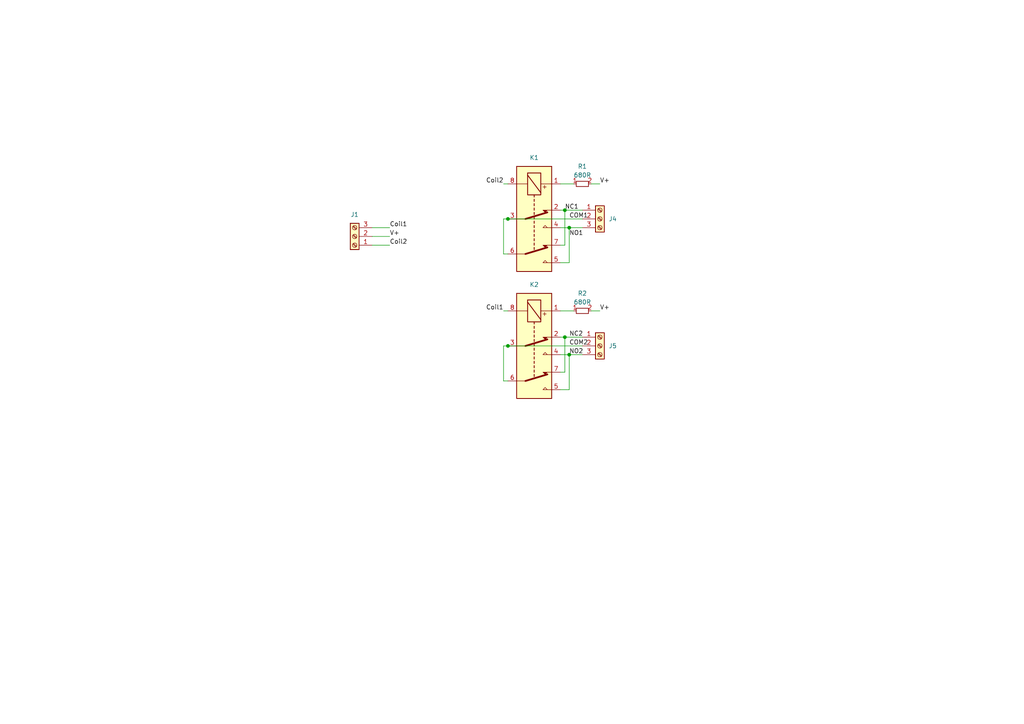
<source format=kicad_sch>
(kicad_sch (version 20231120) (generator "eeschema") (generator_version "8.0")
  (paper "A4")
  (lib_symbols
    (symbol "Connector:Screw_Terminal_01x03" (pin_names (offset 1.016) hide)
      (property "Reference" "J" (at 0 5.08 0))
      (property "Value" "Screw_Terminal_01x03" (at 0 -5.08 0))
      (symbol "Screw_Terminal_01x03_1_1"
        (rectangle (start -1.27 3.81) (end 1.27 -3.81) (stroke (width 0.254)) (fill (type background)))
        (circle (center 0 -2.54) (radius 0.635) (stroke (width 0.1524)))
        (polyline (pts (xy -0.5334 -2.2098) (xy 0.3302 -3.048)) (stroke (width 0.1524)))
        (polyline (pts (xy -0.5334 0.3302) (xy 0.3302 -0.508)) (stroke (width 0.1524)))
        (polyline (pts (xy -0.5334 2.8702) (xy 0.3302 2.032)) (stroke (width 0.1524)))
        (polyline (pts (xy -0.3556 -2.032) (xy 0.508 -2.8702)) (stroke (width 0.1524)))
        (polyline (pts (xy -0.3556 0.508) (xy 0.508 -0.3302)) (stroke (width 0.1524)))
        (polyline (pts (xy -0.3556 3.048) (xy 0.508 2.2098)) (stroke (width 0.1524)))
        (circle (center 0 0) (radius 0.635) (stroke (width 0.1524)))
        (circle (center 0 2.54) (radius 0.635) (stroke (width 0.1524)))
        (pin passive line (at -5.08 2.54 0) (length 3.81) (name "Pin_1") (number "1"))
        (pin passive line (at -5.08 0 0) (length 3.81) (name "Pin_2") (number "2"))
        (pin passive line (at -5.08 -2.54 0) (length 3.81) (name "Pin_3") (number "3"))
      )
    )
    (symbol "custom_kicad_lib_sk:G6K-2F-Y-TR DC12"
      (property "Reference" "K" (at 16.51 3.81 0))
      (property "JLCPCB Part#" "C397192" (at 0 0 0))
      (symbol "G6K-2F-Y-TR DC12_0_0"
        (text "+" (at -9.271 2.921 0) (effects (font (size 1.27 1.27))))
      )
      (symbol "G6K-2F-Y-TR DC12_0_1"
        (rectangle (start -15.24 5.08) (end 15.24 -5.08) (stroke (width 0.254)) (fill (type background)))
        (rectangle (start -13.335 1.905) (end -6.985 -1.905) (stroke (width 0.254)))
        (polyline (pts (xy -12.7 -1.905) (xy -7.62 1.905)) (stroke (width 0.254)))
        (polyline (pts (xy -10.16 -5.08) (xy -10.16 -1.905)))
        (polyline (pts (xy -10.16 5.08) (xy -10.16 1.905)))
        (polyline (pts (xy -6.985 0) (xy -6.35 0)) (stroke (width 0.254)))
        (polyline (pts (xy -5.715 0) (xy -5.08 0)) (stroke (width 0.254)))
        (polyline (pts (xy -4.445 0) (xy -3.81 0)) (stroke (width 0.254)))
        (polyline (pts (xy -3.175 0) (xy -2.54 0)) (stroke (width 0.254)))
        (polyline (pts (xy -1.905 0) (xy -1.27 0)) (stroke (width 0.254)))
        (polyline (pts (xy -0.635 0) (xy 0 0)) (stroke (width 0.254)))
        (polyline (pts (xy 0 -2.54) (xy -1.905 3.81)) (stroke (width 0.508)))
        (polyline (pts (xy 0 -2.54) (xy 0 -5.08)))
        (polyline (pts (xy 0.635 0) (xy 1.27 0)) (stroke (width 0.254)))
        (polyline (pts (xy 1.905 0) (xy 2.54 0)) (stroke (width 0.254)))
        (polyline (pts (xy 3.175 0) (xy 3.81 0)) (stroke (width 0.254)))
        (polyline (pts (xy 4.445 0) (xy 5.08 0)) (stroke (width 0.254)))
        (polyline (pts (xy 5.715 0) (xy 6.35 0)) (stroke (width 0.254)))
        (polyline (pts (xy 6.985 0) (xy 7.62 0)) (stroke (width 0.254)))
        (polyline (pts (xy 8.255 0) (xy 8.89 0)) (stroke (width 0.254)))
        (polyline (pts (xy 10.16 -2.54) (xy 8.255 3.81)) (stroke (width 0.508)))
        (polyline (pts (xy 10.16 -2.54) (xy 10.16 -5.08)))
        (polyline (pts (xy -2.54 5.08) (xy -2.54 2.54) (xy -1.905 3.175) (xy -2.54 3.81)) (fill (type outline)))
        (polyline (pts (xy 2.54 5.08) (xy 2.54 2.54) (xy 1.905 3.175) (xy 2.54 3.81)))
        (polyline (pts (xy 7.62 5.08) (xy 7.62 2.54) (xy 8.255 3.175) (xy 7.62 3.81)) (fill (type outline)))
        (polyline (pts (xy 12.7 5.08) (xy 12.7 2.54) (xy 12.065 3.175) (xy 12.7 3.81)))
      )
      (symbol "G6K-2F-Y-TR DC12_1_1"
        (pin passive line (at -10.16 7.62 270) (length 2.54) (name "~") (number "1"))
        (pin passive line (at -2.54 7.62 270) (length 2.54) (name "~") (number "2"))
        (pin passive line (at 0 -7.62 90) (length 2.54) (name "~") (number "3"))
        (pin passive line (at 2.54 7.62 270) (length 2.54) (name "~") (number "4"))
        (pin passive line (at 12.7 7.62 270) (length 2.54) (name "~") (number "5"))
        (pin passive line (at 10.16 -7.62 90) (length 2.54) (name "~") (number "6"))
        (pin passive line (at 7.62 7.62 270) (length 2.54) (name "~") (number "7"))
        (pin passive line (at -10.16 -7.62 90) (length 2.54) (name "~") (number "8"))
      )
    )
    (symbol "resistors_0603:R_680R_0603"
      (property "Reference" "R" (at 1.27 2.54 0))
      (property "Value" "680R" (at 2.54 -2.54 0))
      (symbol "R_680R_0603_0_1"
        (rectangle (start -0.762 1.778) (end 0.762 -1.778) (stroke (width 0.2032)))
      )
      (symbol "R_680R_0603_1_1"
        (pin passive line (at 0 2.54 270) (length 0.762) (name "~") (number "1"))
        (pin passive line (at 0 -2.54 90) (length 0.762) (name "~") (number "2"))
      )
    )
  )
  (junction (at 147.32 63.5))
  (junction (at 163.83 60.96))
  (junction (at 147.32 100.33))
  (junction (at 165.1 102.87))
  (junction (at 163.83 97.79))
  (junction (at 165.1 66.04))
  (wire (pts (xy 165.1 102.87) (xy 168.91 102.87)))
  (wire (pts (xy 162.56 76.2) (xy 165.1 76.2)))
  (wire (pts (xy 162.56 107.95) (xy 163.83 107.95)))
  (wire (pts (xy 173.99 90.17) (xy 171.45 90.17)))
  (wire (pts (xy 107.95 68.58) (xy 113.03 68.58)))
  (wire (pts (xy 162.56 97.79) (xy 163.83 97.79)))
  (wire (pts (xy 162.56 53.34) (xy 166.37 53.34)))
  (wire (pts (xy 107.95 66.04) (xy 113.03 66.04)))
  (wire (pts (xy 146.05 110.49) (xy 146.05 100.33)))
  (wire (pts (xy 162.56 102.87) (xy 165.1 102.87)))
  (wire (pts (xy 165.1 102.87) (xy 165.1 113.03)))
  (wire (pts (xy 162.56 113.03) (xy 165.1 113.03)))
  (wire (pts (xy 107.95 71.12) (xy 113.03 71.12)))
  (wire (pts (xy 147.32 73.66) (xy 146.05 73.66)))
  (wire (pts (xy 165.1 66.04) (xy 165.1 76.2)))
  (wire (pts (xy 146.05 63.5) (xy 147.32 63.5)))
  (wire (pts (xy 163.83 97.79) (xy 163.83 107.95)))
  (wire (pts (xy 163.83 60.96) (xy 163.83 71.12)))
  (wire (pts (xy 173.99 53.34) (xy 171.45 53.34)))
  (wire (pts (xy 146.05 73.66) (xy 146.05 63.5)))
  (wire (pts (xy 146.05 100.33) (xy 147.32 100.33)))
  (wire (pts (xy 163.83 97.79) (xy 168.91 97.79)))
  (wire (pts (xy 163.83 60.96) (xy 168.91 60.96)))
  (wire (pts (xy 165.1 66.04) (xy 168.91 66.04)))
  (wire (pts (xy 162.56 60.96) (xy 163.83 60.96)))
  (wire (pts (xy 147.32 110.49) (xy 146.05 110.49)))
  (wire (pts (xy 162.56 66.04) (xy 165.1 66.04)))
  (wire (pts (xy 146.05 53.34) (xy 147.32 53.34)))
  (wire (pts (xy 147.32 100.33) (xy 168.91 100.33)))
  (wire (pts (xy 146.05 90.17) (xy 147.32 90.17)))
  (wire (pts (xy 162.56 90.17) (xy 166.37 90.17)))
  (wire (pts (xy 162.56 71.12) (xy 163.83 71.12)))
  (wire (pts (xy 147.32 63.5) (xy 168.91 63.5)))
  (label "NO1" (at 165.1 68.58 0))
  (label "NC2" (at 165.1 97.79 0))
  (label "V+" (at 173.99 53.34 0))
  (label "Coil2" (at 113.03 71.12 0))
  (label "Coil2" (at 146.05 53.34 180))
  (label "Coil1" (at 113.03 66.04 0))
  (label "V+" (at 113.03 68.58 0))
  (label "COM1" (at 165.1 63.5 0))
  (label "V+" (at 173.99 90.17 0))
  (label "NO2" (at 165.1 102.87 0))
  (label "NC1" (at 163.83 60.96 0))
  (label "Coil1" (at 146.05 90.17 180))
  (label "COM2" (at 165.1 100.33 0))
  (symbol (lib_id "custom_kicad_lib_sk:G6K-2F-Y-TR DC12") (at 154.94 63.5 270) (unit 1)
    (property "Reference" "K1" (at 154.94 45.72 90))
    (property "Value" "G6K-2F-Y-TR DC12" (effects (hide yes)))
    (property "Footprint" "Relay_SMD:Relay_DPDT_Omron_G6K-2F-Y" (effects (hide yes)))
    (property "Datasheet" "http://omronfs.omron.com/en_US/ecb/products/pdf/en-g6k.pdf" (effects (hide yes)))
    (property "Description" "Miniature 2-pole relay, Single-side Stable" (effects (hide yes)))
    (property "JLCPCB Part#" "C397192" (effects (hide yes)))
    (instances (project "Mk2-relayExtension" (path "" (reference "K1") (unit 1)) (path "" (reference "K5") (unit 1)) (path "" (reference "K7") (unit 1)) (path "" (reference "K3") (unit 1))))
  )
  (symbol (lib_id "resistors_0603:R_680R_0603") (at 168.91 90.17 90) (unit 1)
    (property "Reference" "R2" (at 168.91 85.09 90))
    (property "Value" "680R" (at 168.91 87.63 90))
    (property "Footprint" "custom_kicad_lib_sk:R_0603_smalltext" (effects (hide yes)))
    (property "JLCPCB Part#" "C17798" (effects (hide yes)))
    (instances (project "Mk2-relayExtension" (path "" (reference "R2") (unit 1)) (path "" (reference "R6") (unit 1)) (path "" (reference "R8") (unit 1)) (path "" (reference "R4") (unit 1))))
  )
  (symbol (lib_id "Connector:Screw_Terminal_01x03") (at 102.87 68.58 180) (unit 1)
    (property "Reference" "J1" (at 102.87 62.23 0))
    (property "Value" "Screw_Terminal_01x03" (effects (hide yes)))
    (property "Footprint" "custom_kicad_lib_sk:connector_3.50mm_3P horizontal_MALE" (effects (hide yes)))
    (property "Description" "Generic screw terminal, single row, 01x03, script generated (kicad-library-utils/schlib/autogen/connector/)" (effects (hide yes)))
    (property "JLCPCB Part#" "C6394074" (effects (hide yes)))
    (instances (project "Mk2-relayExtension" (path "" (reference "J1") (unit 1)) (path "" (reference "J7") (unit 1)) (path "" (reference "J10") (unit 1)) (path "" (reference "J2") (unit 1))))
  )
  (symbol (lib_id "Connector:Screw_Terminal_01x03") (at 173.99 100.33 0) (unit 1)
    (property "Reference" "J5" (at 176.53 100.3299 0) (effects (justify left)))
    (property "Value" "Screw_Terminal_01x03" (effects (hide yes)))
    (property "Footprint" "Connector_Phoenix_MC:PhoenixContact_MCV_1,5_3-G-3.5_1x03_P3.50mm_Vertical" (effects (hide yes)))
    (property "Description" "Generic screw terminal, single row, 01x03, script generated (kicad-library-utils/schlib/autogen/connector/)" (effects (hide yes)))
    (property "JLCPCB Part#" "C192778" (effects (hide yes)))
    (property "Mating Part#" "C560231" (effects (hide yes)))
    (instances (project "Mk2-relayExtension" (path "" (reference "J5") (unit 1)) (path "" (reference "J9") (unit 1)) (path "" (reference "J12") (unit 1)) (path "" (reference "J6") (unit 1))))
  )
  (symbol (lib_id "Connector:Screw_Terminal_01x03") (at 173.99 63.5 0) (unit 1)
    (property "Reference" "J4" (at 176.53 63.4999 0) (effects (justify left)))
    (property "Value" "Screw_Terminal_01x03" (effects (hide yes)))
    (property "Footprint" "Connector_Phoenix_MC:PhoenixContact_MC_1,5_3-G-3.5_1x03_P3.50mm_Horizontal" (effects (hide yes)))
    (property "Description" "Generic screw terminal, single row, 01x03, script generated (kicad-library-utils/schlib/autogen/connector/)" (effects (hide yes)))
    (property "JLCPCB Part#" "C22380440" (effects (hide yes)))
    (instances (project "Mk2-relayExtension" (path "" (reference "J4") (unit 1)) (path "" (reference "J8") (unit 1)) (path "" (reference "J11") (unit 1)) (path "" (reference "J3") (unit 1))))
  )
  (symbol (lib_id "resistors_0603:R_680R_0603") (at 168.91 53.34 90) (unit 1)
    (property "Reference" "R1" (at 168.91 48.26 90))
    (property "Value" "680R" (at 168.91 50.8 90))
    (property "Footprint" "custom_kicad_lib_sk:R_0603_smalltext" (effects (hide yes)))
    (property "JLCPCB Part#" "C17798" (effects (hide yes)))
    (instances (project "" (path "" (reference "R1") (unit 1)) (path "" (reference "R5") (unit 1)) (path "" (reference "R7") (unit 1)) (path "" (reference "R3") (unit 1))))
  )
  (symbol (lib_id "custom_kicad_lib_sk:G6K-2F-Y-TR DC12") (at 154.94 100.33 270) (unit 1)
    (property "Reference" "K2" (at 154.94 82.55 90))
    (property "Value" "G6K-2F-Y-TR DC12" (effects (hide yes)))
    (property "Footprint" "Relay_SMD:Relay_DPDT_Omron_G6K-2F-Y" (effects (hide yes)))
    (property "Datasheet" "http://omronfs.omron.com/en_US/ecb/products/pdf/en-g6k.pdf" (effects (hide yes)))
    (property "Description" "Miniature 2-pole relay, Single-side Stable" (effects (hide yes)))
    (property "JLCPCB Part#" "C397192" (effects (hide yes)))
    (instances (project "Mk2-relayExtension" (path "" (reference "K2") (unit 1)) (path "" (reference "K6") (unit 1)) (path "" (reference "K8") (unit 1)) (path "" (reference "K4") (unit 1))))
  )
)
</source>
